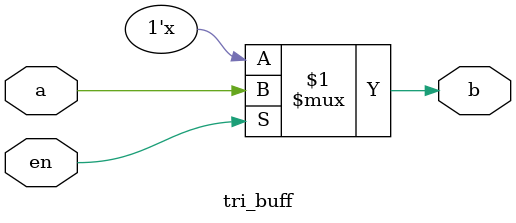
<source format=v>
module tri_buff ( input a, output b, input en);

    assign b = (en) ? a : 1'bz;

endmodule

</source>
